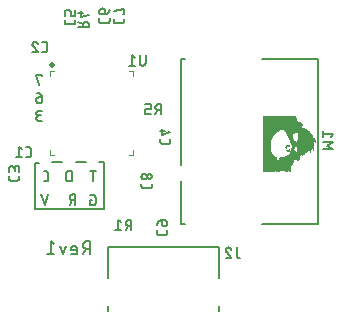
<source format=gbs>
G04 EAGLE Gerber RS-274X export*
G75*
%MOMM*%
%FSLAX34Y34*%
%LPD*%
%INSilkscreen Bottom*%
%IPPOS*%
%AMOC8*
5,1,8,0,0,1.08239X$1,22.5*%
G01*
%ADD10C,0.127000*%
%ADD11C,0.152400*%
%ADD12R,0.030000X4.680000*%
%ADD13R,0.030000X2.220000*%
%ADD14R,0.030000X1.860000*%
%ADD15R,0.030000X2.070000*%
%ADD16R,0.030000X1.740000*%
%ADD17R,0.030000X1.980000*%
%ADD18R,0.030000X1.650000*%
%ADD19R,0.030000X1.920000*%
%ADD20R,0.030000X1.590000*%
%ADD21R,0.030000X1.530000*%
%ADD22R,0.030000X1.800000*%
%ADD23R,0.030000X1.470000*%
%ADD24R,0.030000X1.440000*%
%ADD25R,0.030000X1.710000*%
%ADD26R,0.030000X1.410000*%
%ADD27R,0.030000X1.380000*%
%ADD28R,0.030000X1.620000*%
%ADD29R,0.030000X1.350000*%
%ADD30R,0.030000X1.320000*%
%ADD31R,0.030000X1.560000*%
%ADD32R,0.030000X1.290000*%
%ADD33R,0.030000X1.500000*%
%ADD34R,0.030000X1.260000*%
%ADD35R,0.030000X1.230000*%
%ADD36R,0.030000X1.200000*%
%ADD37R,0.030000X1.140000*%
%ADD38R,0.030000X1.020000*%
%ADD39R,0.030000X0.990000*%
%ADD40R,0.030000X0.960000*%
%ADD41R,0.030000X1.080000*%
%ADD42R,0.030000X1.170000*%
%ADD43R,0.030000X0.060000*%
%ADD44R,0.030000X0.180000*%
%ADD45R,0.030000X0.270000*%
%ADD46R,0.030000X0.030000*%
%ADD47R,0.030000X0.240000*%
%ADD48R,0.030000X0.090000*%
%ADD49R,0.030000X0.120000*%
%ADD50R,0.030000X0.210000*%
%ADD51R,0.030000X1.770000*%
%ADD52R,0.030000X1.830000*%
%ADD53R,0.030000X0.150000*%
%ADD54R,0.030000X2.010000*%
%ADD55R,0.030000X2.130000*%
%ADD56R,0.030000X2.190000*%
%ADD57R,0.030000X1.110000*%
%ADD58R,0.030000X2.280000*%
%ADD59R,0.030000X2.340000*%
%ADD60R,0.030000X2.370000*%
%ADD61R,0.030000X2.430000*%
%ADD62R,0.030000X2.490000*%
%ADD63R,0.030000X4.020000*%
%ADD64R,0.030000X1.950000*%
%ADD65R,0.030000X1.680000*%
%ADD66R,0.030000X0.600000*%
%ADD67R,0.030000X0.780000*%
%ADD68R,0.030000X0.510000*%
%ADD69R,0.030000X0.630000*%
%ADD70R,0.030000X0.450000*%
%ADD71R,0.030000X0.420000*%
%ADD72R,0.030000X0.390000*%
%ADD73R,0.030000X0.660000*%
%ADD74R,0.030000X0.690000*%
%ADD75R,0.030000X0.720000*%
%ADD76R,0.030000X0.900000*%
%ADD77R,0.030000X0.810000*%
%ADD78R,0.030000X3.240000*%
%ADD79R,0.030000X3.270000*%
%ADD80R,0.030000X3.210000*%
%ADD81R,0.030000X3.180000*%
%ADD82R,0.030000X2.880000*%
%ADD83R,0.030000X2.850000*%
%ADD84R,0.030000X2.790000*%
%ADD85R,0.030000X0.330000*%
%ADD86R,0.030000X2.310000*%
%ADD87R,0.030000X2.250000*%
%ADD88R,0.030000X2.160000*%
%ADD89R,0.030000X2.100000*%
%ADD90R,0.030000X2.040000*%
%ADD91R,0.030000X1.050000*%
%ADD92R,0.030000X0.300000*%
%ADD93C,0.500000*%
%ADD94C,0.120000*%


D10*
X72147Y115953D02*
X72147Y124683D01*
X69722Y124683D01*
X69624Y124681D01*
X69527Y124675D01*
X69430Y124665D01*
X69333Y124652D01*
X69237Y124634D01*
X69142Y124613D01*
X69047Y124587D01*
X68954Y124558D01*
X68862Y124525D01*
X68771Y124489D01*
X68682Y124449D01*
X68595Y124405D01*
X68510Y124358D01*
X68426Y124308D01*
X68344Y124254D01*
X68265Y124197D01*
X68188Y124136D01*
X68114Y124073D01*
X68042Y124007D01*
X67973Y123938D01*
X67907Y123866D01*
X67844Y123792D01*
X67783Y123715D01*
X67726Y123636D01*
X67672Y123554D01*
X67622Y123471D01*
X67575Y123385D01*
X67531Y123298D01*
X67491Y123209D01*
X67455Y123118D01*
X67422Y123026D01*
X67393Y122933D01*
X67367Y122838D01*
X67346Y122743D01*
X67328Y122647D01*
X67315Y122550D01*
X67305Y122453D01*
X67299Y122356D01*
X67297Y122258D01*
X67297Y118378D01*
X67299Y118280D01*
X67305Y118183D01*
X67315Y118086D01*
X67328Y117989D01*
X67346Y117893D01*
X67367Y117798D01*
X67393Y117703D01*
X67422Y117610D01*
X67455Y117518D01*
X67491Y117427D01*
X67531Y117338D01*
X67575Y117251D01*
X67622Y117166D01*
X67672Y117082D01*
X67726Y117000D01*
X67783Y116921D01*
X67844Y116844D01*
X67907Y116770D01*
X67973Y116698D01*
X68042Y116629D01*
X68114Y116563D01*
X68188Y116500D01*
X68265Y116439D01*
X68344Y116382D01*
X68426Y116328D01*
X68509Y116278D01*
X68595Y116231D01*
X68682Y116187D01*
X68771Y116147D01*
X68862Y116111D01*
X68954Y116078D01*
X69047Y116049D01*
X69142Y116023D01*
X69237Y116002D01*
X69333Y115984D01*
X69430Y115971D01*
X69527Y115961D01*
X69624Y115955D01*
X69722Y115953D01*
X72147Y115953D01*
X90184Y116001D02*
X90184Y124731D01*
X92609Y124731D02*
X87759Y124731D01*
X50215Y115953D02*
X48275Y115953D01*
X50215Y115953D02*
X50302Y115955D01*
X50389Y115961D01*
X50475Y115971D01*
X50561Y115984D01*
X50647Y116002D01*
X50731Y116023D01*
X50814Y116048D01*
X50897Y116077D01*
X50977Y116109D01*
X51057Y116145D01*
X51134Y116185D01*
X51210Y116228D01*
X51284Y116274D01*
X51355Y116324D01*
X51425Y116376D01*
X51491Y116432D01*
X51556Y116491D01*
X51617Y116552D01*
X51676Y116617D01*
X51732Y116683D01*
X51784Y116753D01*
X51834Y116824D01*
X51880Y116898D01*
X51923Y116974D01*
X51963Y117051D01*
X51999Y117131D01*
X52031Y117211D01*
X52060Y117294D01*
X52085Y117377D01*
X52106Y117461D01*
X52124Y117547D01*
X52137Y117633D01*
X52147Y117719D01*
X52153Y117806D01*
X52155Y117893D01*
X52155Y122743D01*
X52153Y122830D01*
X52147Y122917D01*
X52137Y123003D01*
X52124Y123089D01*
X52106Y123175D01*
X52085Y123259D01*
X52060Y123342D01*
X52031Y123425D01*
X51999Y123505D01*
X51963Y123585D01*
X51923Y123662D01*
X51880Y123738D01*
X51834Y123812D01*
X51784Y123883D01*
X51732Y123953D01*
X51676Y124019D01*
X51617Y124084D01*
X51556Y124145D01*
X51491Y124204D01*
X51425Y124260D01*
X51355Y124312D01*
X51284Y124362D01*
X51210Y124408D01*
X51134Y124451D01*
X51057Y124491D01*
X50977Y124527D01*
X50897Y124559D01*
X50814Y124588D01*
X50731Y124613D01*
X50647Y124634D01*
X50561Y124652D01*
X50475Y124665D01*
X50389Y124675D01*
X50302Y124681D01*
X50215Y124683D01*
X48275Y124683D01*
X87429Y100577D02*
X88884Y100577D01*
X87429Y100577D02*
X87429Y95727D01*
X90339Y95727D01*
X90426Y95729D01*
X90513Y95735D01*
X90599Y95745D01*
X90685Y95758D01*
X90771Y95776D01*
X90855Y95797D01*
X90938Y95822D01*
X91021Y95851D01*
X91101Y95883D01*
X91181Y95919D01*
X91258Y95959D01*
X91334Y96002D01*
X91408Y96048D01*
X91479Y96098D01*
X91549Y96150D01*
X91615Y96206D01*
X91680Y96265D01*
X91741Y96326D01*
X91800Y96391D01*
X91856Y96457D01*
X91908Y96527D01*
X91958Y96598D01*
X92004Y96672D01*
X92047Y96748D01*
X92087Y96825D01*
X92123Y96905D01*
X92155Y96985D01*
X92184Y97068D01*
X92209Y97151D01*
X92230Y97235D01*
X92248Y97321D01*
X92261Y97407D01*
X92271Y97493D01*
X92277Y97580D01*
X92279Y97667D01*
X92279Y102517D01*
X92277Y102604D01*
X92271Y102691D01*
X92261Y102777D01*
X92248Y102863D01*
X92230Y102949D01*
X92209Y103033D01*
X92184Y103116D01*
X92155Y103199D01*
X92123Y103279D01*
X92087Y103359D01*
X92047Y103436D01*
X92004Y103512D01*
X91958Y103586D01*
X91908Y103657D01*
X91856Y103727D01*
X91800Y103793D01*
X91741Y103858D01*
X91680Y103919D01*
X91615Y103978D01*
X91549Y104034D01*
X91479Y104086D01*
X91408Y104136D01*
X91334Y104182D01*
X91258Y104225D01*
X91181Y104265D01*
X91101Y104301D01*
X91021Y104333D01*
X90938Y104362D01*
X90855Y104387D01*
X90771Y104408D01*
X90685Y104426D01*
X90599Y104439D01*
X90513Y104449D01*
X90426Y104455D01*
X90339Y104457D01*
X87429Y104457D01*
X75299Y104881D02*
X75299Y96151D01*
X75299Y104881D02*
X72874Y104881D01*
X72776Y104879D01*
X72679Y104873D01*
X72582Y104863D01*
X72485Y104850D01*
X72389Y104832D01*
X72294Y104811D01*
X72199Y104785D01*
X72106Y104756D01*
X72014Y104723D01*
X71923Y104687D01*
X71834Y104647D01*
X71747Y104603D01*
X71662Y104556D01*
X71578Y104506D01*
X71496Y104452D01*
X71417Y104395D01*
X71340Y104334D01*
X71266Y104271D01*
X71194Y104205D01*
X71125Y104136D01*
X71059Y104064D01*
X70996Y103990D01*
X70935Y103913D01*
X70878Y103834D01*
X70824Y103752D01*
X70774Y103669D01*
X70727Y103583D01*
X70683Y103496D01*
X70643Y103407D01*
X70607Y103316D01*
X70574Y103224D01*
X70545Y103131D01*
X70519Y103036D01*
X70498Y102941D01*
X70480Y102845D01*
X70467Y102748D01*
X70457Y102651D01*
X70451Y102554D01*
X70449Y102456D01*
X70451Y102358D01*
X70457Y102261D01*
X70467Y102164D01*
X70480Y102067D01*
X70498Y101971D01*
X70519Y101876D01*
X70545Y101781D01*
X70574Y101688D01*
X70607Y101596D01*
X70643Y101505D01*
X70683Y101416D01*
X70727Y101329D01*
X70774Y101244D01*
X70824Y101160D01*
X70878Y101078D01*
X70935Y100999D01*
X70996Y100922D01*
X71059Y100848D01*
X71125Y100776D01*
X71194Y100707D01*
X71266Y100641D01*
X71340Y100578D01*
X71417Y100517D01*
X71496Y100460D01*
X71578Y100406D01*
X71661Y100356D01*
X71747Y100309D01*
X71834Y100265D01*
X71923Y100225D01*
X72014Y100189D01*
X72106Y100156D01*
X72199Y100127D01*
X72294Y100101D01*
X72389Y100080D01*
X72485Y100062D01*
X72582Y100049D01*
X72679Y100039D01*
X72776Y100033D01*
X72874Y100031D01*
X75299Y100031D01*
X72389Y100031D02*
X70449Y96151D01*
X52339Y105059D02*
X49429Y96329D01*
X46519Y105059D01*
D11*
X94996Y132080D02*
X99822Y132080D01*
X99822Y92456D01*
X41402Y92456D01*
X41402Y131826D01*
X44450Y131826D01*
X55372Y132080D02*
X64262Y132080D01*
X75438Y132080D02*
X83820Y132080D01*
D10*
X46863Y205019D02*
X46863Y205989D01*
X42013Y205989D01*
X44438Y197259D01*
X43953Y187109D02*
X46863Y187109D01*
X43953Y187109D02*
X43866Y187107D01*
X43779Y187101D01*
X43693Y187091D01*
X43607Y187078D01*
X43521Y187060D01*
X43437Y187039D01*
X43354Y187014D01*
X43271Y186985D01*
X43191Y186953D01*
X43111Y186917D01*
X43034Y186877D01*
X42958Y186834D01*
X42884Y186788D01*
X42813Y186738D01*
X42743Y186686D01*
X42677Y186630D01*
X42612Y186571D01*
X42551Y186510D01*
X42492Y186445D01*
X42436Y186379D01*
X42384Y186309D01*
X42334Y186238D01*
X42288Y186164D01*
X42245Y186088D01*
X42205Y186011D01*
X42169Y185931D01*
X42137Y185851D01*
X42108Y185768D01*
X42083Y185685D01*
X42062Y185601D01*
X42044Y185515D01*
X42031Y185429D01*
X42021Y185343D01*
X42015Y185256D01*
X42013Y185169D01*
X42013Y184684D01*
X42015Y184586D01*
X42021Y184489D01*
X42031Y184392D01*
X42044Y184295D01*
X42062Y184199D01*
X42083Y184104D01*
X42109Y184009D01*
X42138Y183916D01*
X42171Y183824D01*
X42207Y183733D01*
X42247Y183644D01*
X42291Y183557D01*
X42338Y183472D01*
X42388Y183388D01*
X42442Y183306D01*
X42499Y183227D01*
X42560Y183150D01*
X42623Y183076D01*
X42689Y183004D01*
X42758Y182935D01*
X42830Y182869D01*
X42904Y182806D01*
X42981Y182745D01*
X43060Y182688D01*
X43142Y182634D01*
X43225Y182584D01*
X43311Y182537D01*
X43398Y182493D01*
X43487Y182453D01*
X43578Y182417D01*
X43670Y182384D01*
X43763Y182355D01*
X43858Y182329D01*
X43953Y182308D01*
X44049Y182290D01*
X44146Y182277D01*
X44243Y182267D01*
X44340Y182261D01*
X44438Y182259D01*
X44536Y182261D01*
X44633Y182267D01*
X44730Y182277D01*
X44827Y182290D01*
X44923Y182308D01*
X45018Y182329D01*
X45113Y182355D01*
X45206Y182384D01*
X45298Y182417D01*
X45389Y182453D01*
X45478Y182493D01*
X45565Y182537D01*
X45650Y182584D01*
X45734Y182634D01*
X45816Y182688D01*
X45895Y182745D01*
X45972Y182806D01*
X46046Y182869D01*
X46118Y182935D01*
X46187Y183004D01*
X46253Y183076D01*
X46316Y183150D01*
X46377Y183227D01*
X46434Y183306D01*
X46488Y183388D01*
X46538Y183471D01*
X46585Y183557D01*
X46629Y183644D01*
X46669Y183733D01*
X46705Y183824D01*
X46738Y183916D01*
X46767Y184009D01*
X46793Y184104D01*
X46814Y184199D01*
X46832Y184295D01*
X46845Y184392D01*
X46855Y184489D01*
X46861Y184586D01*
X46863Y184684D01*
X46863Y187109D01*
X46861Y187231D01*
X46855Y187353D01*
X46846Y187474D01*
X46832Y187595D01*
X46815Y187716D01*
X46794Y187836D01*
X46770Y187955D01*
X46741Y188074D01*
X46709Y188191D01*
X46673Y188308D01*
X46634Y188423D01*
X46591Y188537D01*
X46544Y188650D01*
X46494Y188761D01*
X46440Y188870D01*
X46383Y188978D01*
X46323Y189084D01*
X46259Y189188D01*
X46192Y189290D01*
X46122Y189390D01*
X46049Y189487D01*
X45973Y189582D01*
X45893Y189675D01*
X45811Y189765D01*
X45727Y189853D01*
X45639Y189937D01*
X45549Y190019D01*
X45456Y190099D01*
X45361Y190175D01*
X45264Y190248D01*
X45164Y190318D01*
X45062Y190385D01*
X44958Y190449D01*
X44852Y190509D01*
X44744Y190566D01*
X44635Y190620D01*
X44524Y190670D01*
X44411Y190717D01*
X44297Y190760D01*
X44182Y190799D01*
X44065Y190835D01*
X43948Y190867D01*
X43829Y190896D01*
X43710Y190920D01*
X43590Y190941D01*
X43469Y190958D01*
X43348Y190972D01*
X43227Y190981D01*
X43105Y190987D01*
X42983Y190989D01*
X44438Y167259D02*
X46863Y167259D01*
X44438Y167259D02*
X44340Y167261D01*
X44243Y167267D01*
X44146Y167277D01*
X44049Y167290D01*
X43953Y167308D01*
X43858Y167329D01*
X43763Y167355D01*
X43670Y167384D01*
X43578Y167417D01*
X43487Y167453D01*
X43398Y167493D01*
X43311Y167537D01*
X43225Y167584D01*
X43142Y167634D01*
X43060Y167688D01*
X42981Y167745D01*
X42904Y167806D01*
X42830Y167869D01*
X42758Y167935D01*
X42689Y168004D01*
X42623Y168076D01*
X42560Y168150D01*
X42499Y168227D01*
X42442Y168306D01*
X42388Y168388D01*
X42338Y168472D01*
X42291Y168557D01*
X42247Y168644D01*
X42207Y168733D01*
X42171Y168824D01*
X42138Y168916D01*
X42109Y169009D01*
X42083Y169104D01*
X42062Y169199D01*
X42044Y169295D01*
X42031Y169392D01*
X42021Y169489D01*
X42015Y169586D01*
X42013Y169684D01*
X42015Y169782D01*
X42021Y169879D01*
X42031Y169976D01*
X42044Y170073D01*
X42062Y170169D01*
X42083Y170264D01*
X42109Y170359D01*
X42138Y170452D01*
X42171Y170544D01*
X42207Y170635D01*
X42247Y170724D01*
X42291Y170811D01*
X42338Y170897D01*
X42388Y170980D01*
X42442Y171062D01*
X42499Y171141D01*
X42560Y171218D01*
X42623Y171292D01*
X42689Y171364D01*
X42758Y171433D01*
X42830Y171499D01*
X42904Y171562D01*
X42981Y171623D01*
X43060Y171680D01*
X43142Y171734D01*
X43226Y171784D01*
X43311Y171831D01*
X43398Y171875D01*
X43487Y171915D01*
X43578Y171951D01*
X43670Y171984D01*
X43763Y172013D01*
X43858Y172039D01*
X43953Y172060D01*
X44049Y172078D01*
X44146Y172091D01*
X44243Y172101D01*
X44340Y172107D01*
X44438Y172109D01*
X43953Y175989D02*
X46863Y175989D01*
X43953Y175989D02*
X43866Y175987D01*
X43779Y175981D01*
X43693Y175971D01*
X43607Y175958D01*
X43521Y175940D01*
X43437Y175919D01*
X43354Y175894D01*
X43271Y175865D01*
X43191Y175833D01*
X43111Y175797D01*
X43034Y175757D01*
X42958Y175714D01*
X42884Y175668D01*
X42813Y175618D01*
X42743Y175566D01*
X42677Y175510D01*
X42612Y175451D01*
X42551Y175390D01*
X42492Y175325D01*
X42436Y175259D01*
X42384Y175189D01*
X42334Y175118D01*
X42288Y175044D01*
X42245Y174968D01*
X42205Y174891D01*
X42169Y174811D01*
X42137Y174731D01*
X42108Y174648D01*
X42083Y174565D01*
X42062Y174481D01*
X42044Y174395D01*
X42031Y174309D01*
X42021Y174223D01*
X42015Y174136D01*
X42013Y174049D01*
X42015Y173962D01*
X42021Y173875D01*
X42031Y173789D01*
X42044Y173703D01*
X42062Y173617D01*
X42083Y173533D01*
X42108Y173450D01*
X42137Y173367D01*
X42169Y173287D01*
X42205Y173207D01*
X42245Y173130D01*
X42288Y173054D01*
X42334Y172980D01*
X42384Y172909D01*
X42436Y172839D01*
X42492Y172773D01*
X42551Y172708D01*
X42612Y172647D01*
X42677Y172588D01*
X42743Y172532D01*
X42813Y172480D01*
X42884Y172430D01*
X42958Y172384D01*
X43034Y172341D01*
X43111Y172301D01*
X43191Y172265D01*
X43271Y172233D01*
X43354Y172204D01*
X43437Y172179D01*
X43521Y172158D01*
X43607Y172140D01*
X43693Y172127D01*
X43779Y172117D01*
X43866Y172111D01*
X43953Y172109D01*
X45893Y172109D01*
D11*
X87838Y65338D02*
X87838Y54162D01*
X87838Y65338D02*
X84734Y65338D01*
X84623Y65336D01*
X84513Y65330D01*
X84402Y65320D01*
X84292Y65306D01*
X84183Y65289D01*
X84074Y65267D01*
X83966Y65242D01*
X83860Y65212D01*
X83754Y65179D01*
X83649Y65142D01*
X83546Y65102D01*
X83445Y65057D01*
X83345Y65010D01*
X83246Y64958D01*
X83150Y64903D01*
X83056Y64845D01*
X82964Y64784D01*
X82874Y64719D01*
X82786Y64651D01*
X82701Y64580D01*
X82619Y64506D01*
X82539Y64429D01*
X82462Y64349D01*
X82388Y64267D01*
X82317Y64182D01*
X82249Y64094D01*
X82184Y64004D01*
X82123Y63912D01*
X82065Y63818D01*
X82010Y63722D01*
X81958Y63623D01*
X81911Y63523D01*
X81866Y63422D01*
X81826Y63319D01*
X81789Y63214D01*
X81756Y63108D01*
X81726Y63002D01*
X81701Y62894D01*
X81679Y62785D01*
X81662Y62676D01*
X81648Y62566D01*
X81638Y62455D01*
X81632Y62345D01*
X81630Y62234D01*
X81632Y62123D01*
X81638Y62013D01*
X81648Y61902D01*
X81662Y61792D01*
X81679Y61683D01*
X81701Y61574D01*
X81726Y61466D01*
X81756Y61360D01*
X81789Y61254D01*
X81826Y61149D01*
X81866Y61046D01*
X81911Y60945D01*
X81958Y60845D01*
X82010Y60746D01*
X82065Y60650D01*
X82123Y60556D01*
X82184Y60464D01*
X82249Y60374D01*
X82317Y60286D01*
X82388Y60201D01*
X82462Y60119D01*
X82539Y60039D01*
X82619Y59962D01*
X82701Y59888D01*
X82786Y59817D01*
X82874Y59749D01*
X82964Y59684D01*
X83056Y59623D01*
X83150Y59565D01*
X83246Y59510D01*
X83345Y59458D01*
X83445Y59411D01*
X83546Y59366D01*
X83649Y59326D01*
X83754Y59289D01*
X83860Y59256D01*
X83966Y59226D01*
X84074Y59201D01*
X84183Y59179D01*
X84292Y59162D01*
X84402Y59148D01*
X84513Y59138D01*
X84623Y59132D01*
X84734Y59130D01*
X84734Y59129D02*
X87838Y59129D01*
X84113Y59129D02*
X81629Y54162D01*
X74779Y54162D02*
X71674Y54162D01*
X74779Y54162D02*
X74863Y54164D01*
X74946Y54170D01*
X75029Y54179D01*
X75112Y54192D01*
X75194Y54209D01*
X75275Y54229D01*
X75355Y54253D01*
X75434Y54281D01*
X75511Y54312D01*
X75587Y54346D01*
X75662Y54384D01*
X75735Y54426D01*
X75805Y54470D01*
X75874Y54518D01*
X75941Y54568D01*
X76005Y54622D01*
X76066Y54678D01*
X76126Y54738D01*
X76182Y54799D01*
X76236Y54863D01*
X76286Y54930D01*
X76334Y54999D01*
X76378Y55069D01*
X76420Y55142D01*
X76458Y55217D01*
X76492Y55293D01*
X76523Y55370D01*
X76551Y55449D01*
X76575Y55529D01*
X76595Y55610D01*
X76612Y55692D01*
X76625Y55775D01*
X76635Y55858D01*
X76640Y55941D01*
X76642Y56025D01*
X76641Y56025D02*
X76641Y59129D01*
X76642Y59129D02*
X76640Y59228D01*
X76634Y59326D01*
X76624Y59425D01*
X76611Y59522D01*
X76593Y59620D01*
X76572Y59716D01*
X76546Y59812D01*
X76517Y59906D01*
X76485Y59999D01*
X76448Y60091D01*
X76408Y60181D01*
X76364Y60270D01*
X76317Y60357D01*
X76267Y60442D01*
X76213Y60524D01*
X76156Y60605D01*
X76096Y60683D01*
X76032Y60759D01*
X75966Y60832D01*
X75897Y60903D01*
X75825Y60971D01*
X75750Y61035D01*
X75673Y61097D01*
X75594Y61156D01*
X75512Y61211D01*
X75428Y61264D01*
X75343Y61312D01*
X75255Y61358D01*
X75165Y61400D01*
X75074Y61438D01*
X74982Y61472D01*
X74888Y61503D01*
X74793Y61530D01*
X74697Y61554D01*
X74600Y61573D01*
X74503Y61589D01*
X74405Y61601D01*
X74306Y61609D01*
X74207Y61613D01*
X74109Y61613D01*
X74010Y61609D01*
X73911Y61601D01*
X73813Y61589D01*
X73716Y61573D01*
X73619Y61554D01*
X73523Y61530D01*
X73428Y61503D01*
X73334Y61472D01*
X73242Y61438D01*
X73151Y61400D01*
X73061Y61358D01*
X72973Y61312D01*
X72888Y61264D01*
X72804Y61211D01*
X72722Y61156D01*
X72643Y61097D01*
X72566Y61035D01*
X72491Y60971D01*
X72419Y60903D01*
X72350Y60832D01*
X72284Y60759D01*
X72220Y60683D01*
X72160Y60605D01*
X72103Y60524D01*
X72049Y60442D01*
X71999Y60357D01*
X71952Y60270D01*
X71908Y60181D01*
X71868Y60091D01*
X71831Y59999D01*
X71799Y59906D01*
X71770Y59812D01*
X71744Y59716D01*
X71723Y59620D01*
X71705Y59522D01*
X71692Y59425D01*
X71682Y59326D01*
X71676Y59228D01*
X71674Y59129D01*
X71674Y57887D01*
X76641Y57887D01*
X67116Y61613D02*
X64633Y54162D01*
X62149Y61613D01*
X57450Y62854D02*
X54346Y65338D01*
X54346Y54162D01*
X57450Y54162D02*
X51241Y54162D01*
D12*
X235200Y147750D03*
X235500Y147750D03*
X235800Y147750D03*
X236100Y147750D03*
X236400Y147750D03*
X236700Y147750D03*
X237000Y147750D03*
X237300Y147750D03*
X237600Y147750D03*
X237900Y147750D03*
X238200Y147750D03*
X238500Y147750D03*
X238800Y147750D03*
X239100Y147750D03*
X239400Y147750D03*
X239700Y147750D03*
X240000Y147750D03*
X240300Y147750D03*
X240600Y147750D03*
D13*
X240900Y160050D03*
D14*
X240900Y133650D03*
D15*
X241200Y160800D03*
D16*
X241200Y133050D03*
D17*
X241500Y161250D03*
D18*
X241500Y132600D03*
D19*
X241800Y161550D03*
D20*
X241800Y132300D03*
D14*
X242100Y161850D03*
D21*
X242100Y132000D03*
D22*
X242400Y162150D03*
D23*
X242400Y131700D03*
D16*
X242700Y162450D03*
D24*
X242700Y131550D03*
D25*
X243000Y162600D03*
D26*
X243000Y131400D03*
D18*
X243300Y162900D03*
D27*
X243300Y131250D03*
D28*
X243600Y163050D03*
D29*
X243600Y131100D03*
D20*
X243900Y163200D03*
D30*
X243900Y130950D03*
D31*
X244200Y163350D03*
D32*
X244200Y130800D03*
D21*
X244500Y163500D03*
D32*
X244500Y130800D03*
D33*
X244800Y163650D03*
D34*
X244800Y130650D03*
D23*
X245100Y163800D03*
D34*
X245100Y130650D03*
D24*
X245400Y163950D03*
D35*
X245400Y130500D03*
D26*
X245700Y164100D03*
D36*
X245700Y130350D03*
D27*
X246000Y164250D03*
D37*
X246000Y130050D03*
D27*
X246300Y164250D03*
D38*
X246300Y129450D03*
D29*
X246600Y164400D03*
D39*
X246600Y129300D03*
D30*
X246900Y164550D03*
D40*
X246900Y129150D03*
D30*
X247200Y164550D03*
D40*
X247200Y129150D03*
D32*
X247500Y164700D03*
D40*
X247500Y129150D03*
D32*
X247800Y164700D03*
D39*
X247800Y129300D03*
D34*
X248100Y164850D03*
D38*
X248100Y129450D03*
D34*
X248400Y164850D03*
D41*
X248400Y129750D03*
D35*
X248700Y165000D03*
D37*
X248700Y130050D03*
D35*
X249000Y165000D03*
D36*
X249000Y130350D03*
D35*
X249300Y165000D03*
D36*
X249300Y130350D03*
X249600Y165150D03*
X249600Y130350D03*
X249900Y165150D03*
X249900Y130350D03*
X250200Y165150D03*
X250200Y130350D03*
D42*
X250500Y165300D03*
D36*
X250500Y130350D03*
D42*
X250800Y165300D03*
D36*
X250800Y130350D03*
D42*
X251100Y165300D03*
D35*
X251100Y130500D03*
D42*
X251400Y165300D03*
D35*
X251400Y130500D03*
D42*
X251700Y165300D03*
D35*
X251700Y130500D03*
D36*
X252000Y165150D03*
D35*
X252000Y130500D03*
D36*
X252300Y165150D03*
D34*
X252300Y130650D03*
D35*
X252600Y165000D03*
D34*
X252600Y130650D03*
X252900Y164850D03*
X252900Y130650D03*
D32*
X253200Y164700D03*
X253200Y130800D03*
D30*
X253500Y164550D03*
D32*
X253500Y130800D03*
D29*
X253800Y164400D03*
D43*
X253800Y144150D03*
D32*
X253800Y130800D03*
D27*
X254100Y164250D03*
D44*
X254100Y145050D03*
D30*
X254100Y130950D03*
D26*
X254400Y164100D03*
D45*
X254400Y145500D03*
D46*
X254400Y141600D03*
D30*
X254400Y130950D03*
D23*
X254700Y163800D03*
D45*
X254700Y145500D03*
D46*
X254700Y141600D03*
D29*
X254700Y131100D03*
D21*
X255000Y163500D03*
D47*
X255000Y145650D03*
D48*
X255000Y141600D03*
D29*
X255000Y131100D03*
D20*
X255300Y163200D03*
D47*
X255300Y145650D03*
D49*
X255300Y141450D03*
D29*
X255300Y131100D03*
D18*
X255600Y162900D03*
D50*
X255600Y145800D03*
D44*
X255600Y141450D03*
D27*
X255600Y131250D03*
D51*
X255900Y162300D03*
D44*
X255900Y145950D03*
X255900Y141450D03*
D27*
X255900Y131250D03*
D52*
X256200Y162000D03*
D49*
X256200Y145950D03*
D53*
X256200Y141600D03*
D26*
X256200Y131400D03*
D19*
X256500Y161550D03*
D48*
X256500Y146100D03*
X256500Y141900D03*
D26*
X256500Y131400D03*
D54*
X256800Y161100D03*
D43*
X256800Y142350D03*
D24*
X256800Y131550D03*
D15*
X257100Y160800D03*
D24*
X257100Y131550D03*
D55*
X257400Y160500D03*
D23*
X257400Y131700D03*
D56*
X257700Y160200D03*
D57*
X257700Y133500D03*
D58*
X258000Y159750D03*
D32*
X258000Y135300D03*
D59*
X258300Y159450D03*
D27*
X258300Y136350D03*
D60*
X258600Y159300D03*
D24*
X258600Y136950D03*
D61*
X258900Y159000D03*
D26*
X258900Y137400D03*
D62*
X259200Y158700D03*
D24*
X259200Y137850D03*
D63*
X259500Y151050D03*
D28*
X259800Y163050D03*
D15*
X259800Y141600D03*
D31*
X260100Y163350D03*
D64*
X260100Y141600D03*
D33*
X260400Y163650D03*
D52*
X260400Y141600D03*
D23*
X260700Y163800D03*
D65*
X260700Y142050D03*
D24*
X261000Y163950D03*
D66*
X261000Y147150D03*
D67*
X261000Y138150D03*
D26*
X261300Y164100D03*
D68*
X261300Y147300D03*
D69*
X261300Y138300D03*
D26*
X261600Y164100D03*
D70*
X261600Y147300D03*
D66*
X261600Y138150D03*
D27*
X261900Y164250D03*
D71*
X261900Y147450D03*
D69*
X261900Y137700D03*
D29*
X262200Y164100D03*
D72*
X262200Y147300D03*
D73*
X262200Y137550D03*
D34*
X262500Y163650D03*
D72*
X262500Y147300D03*
D73*
X262500Y137250D03*
D42*
X262800Y163200D03*
D71*
X262800Y147150D03*
D73*
X262800Y137250D03*
D41*
X263100Y162750D03*
D71*
X263100Y146850D03*
D74*
X263100Y137100D03*
D39*
X263400Y162300D03*
D68*
X263400Y146700D03*
D75*
X263400Y137250D03*
D76*
X263700Y161850D03*
D69*
X263700Y146700D03*
D77*
X263700Y137700D03*
D76*
X264000Y161850D03*
D25*
X264000Y142200D03*
D40*
X264300Y161550D03*
D52*
X264300Y142800D03*
D78*
X264600Y150150D03*
D79*
X264900Y150300D03*
D80*
X265200Y150300D03*
D81*
X265500Y150450D03*
D82*
X265800Y151950D03*
D53*
X265800Y135900D03*
D82*
X266100Y151950D03*
D83*
X266400Y151800D03*
D84*
X266700Y151800D03*
X267000Y151800D03*
D85*
X267300Y163500D03*
D59*
X267300Y149850D03*
D44*
X267600Y163650D03*
D86*
X267600Y149700D03*
X267900Y149700D03*
D87*
X268200Y149700D03*
X268500Y149700D03*
D13*
X268800Y149850D03*
D56*
X269100Y149700D03*
D88*
X269400Y149850D03*
D55*
X269700Y149700D03*
D89*
X270000Y149850D03*
D90*
X270300Y149850D03*
X270600Y149850D03*
D17*
X270900Y149850D03*
X271200Y149850D03*
D19*
X271500Y149850D03*
D14*
X271800Y149850D03*
X272100Y149850D03*
D22*
X272400Y149850D03*
D16*
X272700Y149850D03*
D25*
X273000Y150000D03*
D65*
X273300Y149850D03*
D28*
X273600Y149850D03*
D31*
X273900Y149850D03*
D20*
X274200Y149400D03*
D18*
X274500Y148800D03*
D20*
X274800Y148800D03*
D23*
X275100Y148800D03*
D32*
X275400Y149400D03*
D42*
X275700Y149400D03*
D57*
X276000Y149100D03*
D91*
X276300Y148800D03*
D38*
X276600Y148350D03*
X276900Y148050D03*
D72*
X277200Y150900D03*
D85*
X277200Y144300D03*
D92*
X277500Y150750D03*
D45*
X277500Y143700D03*
X277800Y150600D03*
D47*
X278100Y150450D03*
D50*
X278400Y150300D03*
X278700Y150000D03*
D53*
X279000Y149700D03*
D49*
X279300Y149550D03*
D10*
X18923Y120557D02*
X18923Y118617D01*
X18925Y118530D01*
X18931Y118443D01*
X18941Y118357D01*
X18954Y118271D01*
X18972Y118185D01*
X18993Y118101D01*
X19018Y118018D01*
X19047Y117935D01*
X19079Y117855D01*
X19115Y117775D01*
X19155Y117698D01*
X19198Y117622D01*
X19244Y117548D01*
X19294Y117477D01*
X19346Y117407D01*
X19402Y117341D01*
X19461Y117276D01*
X19522Y117215D01*
X19587Y117156D01*
X19653Y117100D01*
X19723Y117048D01*
X19794Y116998D01*
X19868Y116952D01*
X19944Y116909D01*
X20021Y116869D01*
X20101Y116833D01*
X20181Y116801D01*
X20264Y116772D01*
X20347Y116747D01*
X20431Y116726D01*
X20517Y116708D01*
X20603Y116695D01*
X20689Y116685D01*
X20776Y116679D01*
X20863Y116677D01*
X25713Y116677D01*
X25800Y116679D01*
X25887Y116685D01*
X25973Y116695D01*
X26059Y116708D01*
X26145Y116726D01*
X26229Y116747D01*
X26312Y116772D01*
X26395Y116801D01*
X26475Y116833D01*
X26555Y116869D01*
X26632Y116909D01*
X26708Y116952D01*
X26782Y116998D01*
X26853Y117048D01*
X26923Y117100D01*
X26989Y117156D01*
X27054Y117215D01*
X27115Y117276D01*
X27174Y117341D01*
X27230Y117407D01*
X27282Y117477D01*
X27332Y117548D01*
X27378Y117622D01*
X27421Y117698D01*
X27461Y117775D01*
X27497Y117855D01*
X27529Y117935D01*
X27558Y118018D01*
X27583Y118101D01*
X27604Y118185D01*
X27622Y118271D01*
X27635Y118357D01*
X27645Y118443D01*
X27651Y118530D01*
X27653Y118617D01*
X27653Y120557D01*
X18923Y124211D02*
X18923Y126636D01*
X18925Y126734D01*
X18931Y126831D01*
X18941Y126928D01*
X18954Y127025D01*
X18972Y127121D01*
X18993Y127216D01*
X19019Y127311D01*
X19048Y127404D01*
X19081Y127496D01*
X19117Y127587D01*
X19157Y127676D01*
X19201Y127763D01*
X19248Y127849D01*
X19298Y127932D01*
X19352Y128014D01*
X19409Y128093D01*
X19470Y128170D01*
X19533Y128244D01*
X19599Y128316D01*
X19668Y128385D01*
X19740Y128451D01*
X19814Y128514D01*
X19891Y128575D01*
X19970Y128632D01*
X20052Y128686D01*
X20136Y128736D01*
X20221Y128783D01*
X20308Y128827D01*
X20397Y128867D01*
X20488Y128903D01*
X20580Y128936D01*
X20673Y128965D01*
X20768Y128991D01*
X20863Y129012D01*
X20959Y129030D01*
X21056Y129043D01*
X21153Y129053D01*
X21250Y129059D01*
X21348Y129061D01*
X21446Y129059D01*
X21543Y129053D01*
X21640Y129043D01*
X21737Y129030D01*
X21833Y129012D01*
X21928Y128991D01*
X22023Y128965D01*
X22116Y128936D01*
X22208Y128903D01*
X22299Y128867D01*
X22388Y128827D01*
X22475Y128783D01*
X22561Y128736D01*
X22644Y128686D01*
X22726Y128632D01*
X22805Y128575D01*
X22882Y128514D01*
X22956Y128451D01*
X23028Y128385D01*
X23097Y128316D01*
X23163Y128244D01*
X23226Y128170D01*
X23287Y128093D01*
X23344Y128014D01*
X23398Y127932D01*
X23448Y127849D01*
X23495Y127763D01*
X23539Y127676D01*
X23579Y127587D01*
X23615Y127496D01*
X23648Y127404D01*
X23677Y127311D01*
X23703Y127216D01*
X23724Y127121D01*
X23742Y127025D01*
X23755Y126928D01*
X23765Y126831D01*
X23771Y126734D01*
X23773Y126636D01*
X27653Y127121D02*
X27653Y124211D01*
X27653Y127121D02*
X27651Y127208D01*
X27645Y127295D01*
X27635Y127381D01*
X27622Y127467D01*
X27604Y127553D01*
X27583Y127637D01*
X27558Y127720D01*
X27529Y127803D01*
X27497Y127883D01*
X27461Y127963D01*
X27421Y128040D01*
X27378Y128116D01*
X27332Y128190D01*
X27282Y128261D01*
X27230Y128331D01*
X27174Y128397D01*
X27115Y128462D01*
X27054Y128523D01*
X26989Y128582D01*
X26923Y128638D01*
X26853Y128690D01*
X26782Y128740D01*
X26708Y128786D01*
X26632Y128829D01*
X26555Y128869D01*
X26475Y128905D01*
X26395Y128937D01*
X26312Y128966D01*
X26229Y128991D01*
X26145Y129012D01*
X26059Y129030D01*
X25973Y129043D01*
X25887Y129053D01*
X25800Y129059D01*
X25713Y129061D01*
X25626Y129059D01*
X25539Y129053D01*
X25453Y129043D01*
X25367Y129030D01*
X25281Y129012D01*
X25197Y128991D01*
X25114Y128966D01*
X25031Y128937D01*
X24951Y128905D01*
X24871Y128869D01*
X24794Y128829D01*
X24718Y128786D01*
X24644Y128740D01*
X24573Y128690D01*
X24503Y128638D01*
X24437Y128582D01*
X24372Y128523D01*
X24311Y128462D01*
X24252Y128397D01*
X24196Y128331D01*
X24144Y128261D01*
X24094Y128190D01*
X24048Y128116D01*
X24005Y128040D01*
X23965Y127963D01*
X23929Y127883D01*
X23897Y127803D01*
X23868Y127720D01*
X23843Y127637D01*
X23822Y127553D01*
X23804Y127467D01*
X23791Y127381D01*
X23781Y127295D01*
X23775Y127208D01*
X23773Y127121D01*
X23773Y125181D01*
X146985Y149929D02*
X146985Y151869D01*
X146985Y149929D02*
X146987Y149842D01*
X146993Y149755D01*
X147003Y149669D01*
X147016Y149583D01*
X147034Y149497D01*
X147055Y149413D01*
X147080Y149330D01*
X147109Y149247D01*
X147141Y149167D01*
X147177Y149087D01*
X147217Y149010D01*
X147260Y148934D01*
X147306Y148860D01*
X147356Y148789D01*
X147408Y148719D01*
X147464Y148653D01*
X147523Y148588D01*
X147584Y148527D01*
X147649Y148468D01*
X147715Y148412D01*
X147785Y148360D01*
X147856Y148310D01*
X147930Y148264D01*
X148006Y148221D01*
X148083Y148181D01*
X148163Y148145D01*
X148243Y148113D01*
X148326Y148084D01*
X148409Y148059D01*
X148493Y148038D01*
X148579Y148020D01*
X148665Y148007D01*
X148751Y147997D01*
X148838Y147991D01*
X148925Y147989D01*
X153775Y147989D01*
X153862Y147991D01*
X153949Y147997D01*
X154035Y148007D01*
X154121Y148020D01*
X154207Y148038D01*
X154291Y148059D01*
X154374Y148084D01*
X154457Y148113D01*
X154537Y148145D01*
X154617Y148181D01*
X154694Y148221D01*
X154770Y148264D01*
X154844Y148310D01*
X154915Y148360D01*
X154985Y148412D01*
X155051Y148468D01*
X155116Y148527D01*
X155177Y148588D01*
X155236Y148653D01*
X155292Y148719D01*
X155344Y148789D01*
X155394Y148860D01*
X155440Y148934D01*
X155483Y149010D01*
X155523Y149087D01*
X155559Y149167D01*
X155591Y149247D01*
X155620Y149330D01*
X155645Y149413D01*
X155666Y149497D01*
X155684Y149583D01*
X155697Y149669D01*
X155707Y149755D01*
X155713Y149842D01*
X155715Y149929D01*
X155715Y151869D01*
X155715Y157463D02*
X148925Y155523D01*
X148925Y160373D01*
X150865Y158918D02*
X146985Y158918D01*
X66353Y250813D02*
X66353Y252753D01*
X66353Y250813D02*
X66355Y250726D01*
X66361Y250639D01*
X66371Y250553D01*
X66384Y250467D01*
X66402Y250381D01*
X66423Y250297D01*
X66448Y250214D01*
X66477Y250131D01*
X66509Y250051D01*
X66545Y249971D01*
X66585Y249894D01*
X66628Y249818D01*
X66674Y249744D01*
X66724Y249673D01*
X66776Y249603D01*
X66832Y249537D01*
X66891Y249472D01*
X66952Y249411D01*
X67017Y249352D01*
X67083Y249296D01*
X67153Y249244D01*
X67224Y249194D01*
X67298Y249148D01*
X67374Y249105D01*
X67451Y249065D01*
X67531Y249029D01*
X67611Y248997D01*
X67694Y248968D01*
X67777Y248943D01*
X67861Y248922D01*
X67947Y248904D01*
X68033Y248891D01*
X68119Y248881D01*
X68206Y248875D01*
X68293Y248873D01*
X73143Y248873D01*
X73230Y248875D01*
X73317Y248881D01*
X73403Y248891D01*
X73489Y248904D01*
X73575Y248922D01*
X73659Y248943D01*
X73742Y248968D01*
X73825Y248997D01*
X73905Y249029D01*
X73985Y249065D01*
X74062Y249105D01*
X74138Y249148D01*
X74212Y249194D01*
X74283Y249244D01*
X74353Y249296D01*
X74419Y249352D01*
X74484Y249411D01*
X74545Y249472D01*
X74604Y249537D01*
X74660Y249603D01*
X74712Y249673D01*
X74762Y249744D01*
X74808Y249818D01*
X74851Y249894D01*
X74891Y249971D01*
X74927Y250051D01*
X74959Y250131D01*
X74988Y250214D01*
X75013Y250297D01*
X75034Y250381D01*
X75052Y250467D01*
X75065Y250553D01*
X75075Y250639D01*
X75081Y250726D01*
X75083Y250813D01*
X75083Y252753D01*
X66353Y256407D02*
X66353Y259317D01*
X66355Y259404D01*
X66361Y259491D01*
X66371Y259577D01*
X66384Y259663D01*
X66402Y259749D01*
X66423Y259833D01*
X66448Y259916D01*
X66477Y259999D01*
X66509Y260079D01*
X66545Y260159D01*
X66585Y260236D01*
X66628Y260312D01*
X66674Y260386D01*
X66724Y260457D01*
X66776Y260527D01*
X66832Y260593D01*
X66891Y260658D01*
X66952Y260719D01*
X67017Y260778D01*
X67083Y260834D01*
X67153Y260886D01*
X67224Y260936D01*
X67298Y260982D01*
X67374Y261025D01*
X67451Y261065D01*
X67531Y261101D01*
X67611Y261133D01*
X67694Y261162D01*
X67777Y261187D01*
X67861Y261208D01*
X67947Y261226D01*
X68033Y261239D01*
X68119Y261249D01*
X68206Y261255D01*
X68293Y261257D01*
X69263Y261257D01*
X69350Y261255D01*
X69437Y261249D01*
X69523Y261239D01*
X69609Y261226D01*
X69695Y261208D01*
X69779Y261187D01*
X69862Y261162D01*
X69945Y261133D01*
X70025Y261101D01*
X70105Y261065D01*
X70182Y261025D01*
X70258Y260982D01*
X70332Y260936D01*
X70403Y260886D01*
X70473Y260834D01*
X70539Y260778D01*
X70604Y260719D01*
X70665Y260658D01*
X70724Y260593D01*
X70780Y260527D01*
X70832Y260457D01*
X70882Y260386D01*
X70928Y260312D01*
X70971Y260236D01*
X71011Y260159D01*
X71047Y260079D01*
X71079Y259999D01*
X71108Y259916D01*
X71133Y259833D01*
X71154Y259749D01*
X71172Y259663D01*
X71185Y259577D01*
X71195Y259491D01*
X71201Y259404D01*
X71203Y259317D01*
X71203Y256407D01*
X75083Y256407D01*
X75083Y261257D01*
X107501Y253769D02*
X107501Y251829D01*
X107503Y251742D01*
X107509Y251655D01*
X107519Y251569D01*
X107532Y251483D01*
X107550Y251397D01*
X107571Y251313D01*
X107596Y251230D01*
X107625Y251147D01*
X107657Y251067D01*
X107693Y250987D01*
X107733Y250910D01*
X107776Y250834D01*
X107822Y250760D01*
X107872Y250689D01*
X107924Y250619D01*
X107980Y250553D01*
X108039Y250488D01*
X108100Y250427D01*
X108165Y250368D01*
X108231Y250312D01*
X108301Y250260D01*
X108372Y250210D01*
X108446Y250164D01*
X108522Y250121D01*
X108599Y250081D01*
X108679Y250045D01*
X108759Y250013D01*
X108842Y249984D01*
X108925Y249959D01*
X109009Y249938D01*
X109095Y249920D01*
X109181Y249907D01*
X109267Y249897D01*
X109354Y249891D01*
X109441Y249889D01*
X114291Y249889D01*
X114378Y249891D01*
X114465Y249897D01*
X114551Y249907D01*
X114637Y249920D01*
X114723Y249938D01*
X114807Y249959D01*
X114890Y249984D01*
X114973Y250013D01*
X115053Y250045D01*
X115133Y250081D01*
X115210Y250121D01*
X115286Y250164D01*
X115360Y250210D01*
X115431Y250260D01*
X115501Y250312D01*
X115567Y250368D01*
X115632Y250427D01*
X115693Y250488D01*
X115752Y250553D01*
X115808Y250619D01*
X115860Y250689D01*
X115910Y250760D01*
X115956Y250834D01*
X115999Y250910D01*
X116039Y250987D01*
X116075Y251067D01*
X116107Y251147D01*
X116136Y251230D01*
X116161Y251313D01*
X116182Y251397D01*
X116200Y251483D01*
X116213Y251569D01*
X116223Y251655D01*
X116229Y251742D01*
X116231Y251829D01*
X116231Y253769D01*
X116231Y257423D02*
X115261Y257423D01*
X116231Y257423D02*
X116231Y262273D01*
X107501Y259848D01*
X95385Y253893D02*
X95385Y251953D01*
X95387Y251866D01*
X95393Y251779D01*
X95403Y251693D01*
X95416Y251607D01*
X95434Y251521D01*
X95455Y251437D01*
X95480Y251354D01*
X95509Y251271D01*
X95541Y251191D01*
X95577Y251111D01*
X95617Y251034D01*
X95660Y250958D01*
X95706Y250884D01*
X95756Y250813D01*
X95808Y250743D01*
X95864Y250677D01*
X95923Y250612D01*
X95984Y250551D01*
X96049Y250492D01*
X96115Y250436D01*
X96185Y250384D01*
X96256Y250334D01*
X96330Y250288D01*
X96406Y250245D01*
X96483Y250205D01*
X96563Y250169D01*
X96643Y250137D01*
X96726Y250108D01*
X96809Y250083D01*
X96893Y250062D01*
X96979Y250044D01*
X97065Y250031D01*
X97151Y250021D01*
X97238Y250015D01*
X97325Y250013D01*
X102175Y250013D01*
X102262Y250015D01*
X102349Y250021D01*
X102435Y250031D01*
X102521Y250044D01*
X102607Y250062D01*
X102691Y250083D01*
X102774Y250108D01*
X102857Y250137D01*
X102937Y250169D01*
X103017Y250205D01*
X103094Y250245D01*
X103170Y250288D01*
X103244Y250334D01*
X103315Y250384D01*
X103385Y250436D01*
X103451Y250492D01*
X103516Y250551D01*
X103577Y250612D01*
X103636Y250677D01*
X103692Y250743D01*
X103744Y250813D01*
X103794Y250884D01*
X103840Y250958D01*
X103883Y251034D01*
X103923Y251111D01*
X103959Y251191D01*
X103991Y251271D01*
X104020Y251354D01*
X104045Y251437D01*
X104066Y251521D01*
X104084Y251607D01*
X104097Y251693D01*
X104107Y251779D01*
X104113Y251866D01*
X104115Y251953D01*
X104115Y253893D01*
X100235Y257547D02*
X100235Y260457D01*
X100233Y260544D01*
X100227Y260631D01*
X100217Y260717D01*
X100204Y260803D01*
X100186Y260889D01*
X100165Y260973D01*
X100140Y261056D01*
X100111Y261139D01*
X100079Y261219D01*
X100043Y261299D01*
X100003Y261376D01*
X99960Y261452D01*
X99914Y261526D01*
X99864Y261597D01*
X99812Y261667D01*
X99756Y261733D01*
X99697Y261798D01*
X99636Y261859D01*
X99571Y261918D01*
X99505Y261974D01*
X99435Y262026D01*
X99364Y262076D01*
X99290Y262122D01*
X99214Y262165D01*
X99137Y262205D01*
X99057Y262241D01*
X98977Y262273D01*
X98894Y262302D01*
X98811Y262327D01*
X98727Y262348D01*
X98641Y262366D01*
X98555Y262379D01*
X98469Y262389D01*
X98382Y262395D01*
X98295Y262397D01*
X97810Y262397D01*
X97712Y262395D01*
X97615Y262389D01*
X97518Y262379D01*
X97421Y262366D01*
X97325Y262348D01*
X97230Y262327D01*
X97135Y262301D01*
X97042Y262272D01*
X96950Y262239D01*
X96859Y262203D01*
X96770Y262163D01*
X96683Y262119D01*
X96598Y262072D01*
X96514Y262022D01*
X96432Y261968D01*
X96353Y261911D01*
X96276Y261850D01*
X96202Y261787D01*
X96130Y261721D01*
X96061Y261652D01*
X95995Y261580D01*
X95932Y261506D01*
X95871Y261429D01*
X95814Y261350D01*
X95760Y261268D01*
X95710Y261185D01*
X95663Y261099D01*
X95619Y261012D01*
X95579Y260923D01*
X95543Y260832D01*
X95510Y260740D01*
X95481Y260647D01*
X95455Y260552D01*
X95434Y260457D01*
X95416Y260361D01*
X95403Y260264D01*
X95393Y260167D01*
X95387Y260070D01*
X95385Y259972D01*
X95387Y259874D01*
X95393Y259777D01*
X95403Y259680D01*
X95416Y259583D01*
X95434Y259487D01*
X95455Y259392D01*
X95481Y259297D01*
X95510Y259204D01*
X95543Y259112D01*
X95579Y259021D01*
X95619Y258932D01*
X95663Y258845D01*
X95710Y258760D01*
X95760Y258676D01*
X95814Y258594D01*
X95871Y258515D01*
X95932Y258438D01*
X95995Y258364D01*
X96061Y258292D01*
X96130Y258223D01*
X96202Y258157D01*
X96276Y258094D01*
X96353Y258033D01*
X96432Y257976D01*
X96514Y257922D01*
X96597Y257872D01*
X96683Y257825D01*
X96770Y257781D01*
X96859Y257741D01*
X96950Y257705D01*
X97042Y257672D01*
X97135Y257643D01*
X97230Y257617D01*
X97325Y257596D01*
X97421Y257578D01*
X97518Y257565D01*
X97615Y257555D01*
X97712Y257549D01*
X97810Y257547D01*
X100235Y257547D01*
X100357Y257549D01*
X100479Y257555D01*
X100600Y257564D01*
X100721Y257578D01*
X100842Y257595D01*
X100962Y257616D01*
X101081Y257640D01*
X101200Y257669D01*
X101317Y257701D01*
X101434Y257737D01*
X101549Y257776D01*
X101663Y257819D01*
X101776Y257866D01*
X101887Y257916D01*
X101996Y257970D01*
X102104Y258027D01*
X102210Y258087D01*
X102314Y258151D01*
X102416Y258218D01*
X102516Y258288D01*
X102613Y258361D01*
X102708Y258437D01*
X102801Y258517D01*
X102891Y258599D01*
X102979Y258683D01*
X103063Y258771D01*
X103145Y258861D01*
X103225Y258954D01*
X103301Y259049D01*
X103374Y259146D01*
X103444Y259246D01*
X103511Y259348D01*
X103575Y259452D01*
X103635Y259558D01*
X103692Y259666D01*
X103746Y259775D01*
X103796Y259886D01*
X103843Y259999D01*
X103886Y260113D01*
X103925Y260228D01*
X103961Y260345D01*
X103993Y260462D01*
X104022Y260581D01*
X104046Y260700D01*
X104067Y260820D01*
X104084Y260941D01*
X104098Y261062D01*
X104107Y261183D01*
X104113Y261305D01*
X104115Y261427D01*
X49293Y225575D02*
X47353Y225575D01*
X49293Y225575D02*
X49380Y225577D01*
X49467Y225583D01*
X49553Y225593D01*
X49639Y225606D01*
X49725Y225624D01*
X49809Y225645D01*
X49892Y225670D01*
X49975Y225699D01*
X50055Y225731D01*
X50135Y225767D01*
X50212Y225807D01*
X50288Y225850D01*
X50362Y225896D01*
X50433Y225946D01*
X50503Y225998D01*
X50569Y226054D01*
X50634Y226113D01*
X50695Y226174D01*
X50754Y226239D01*
X50810Y226305D01*
X50862Y226375D01*
X50912Y226446D01*
X50958Y226520D01*
X51001Y226596D01*
X51041Y226673D01*
X51077Y226753D01*
X51109Y226833D01*
X51138Y226916D01*
X51163Y226999D01*
X51184Y227083D01*
X51202Y227169D01*
X51215Y227255D01*
X51225Y227341D01*
X51231Y227428D01*
X51233Y227515D01*
X51233Y232365D01*
X51231Y232452D01*
X51225Y232539D01*
X51215Y232625D01*
X51202Y232711D01*
X51184Y232797D01*
X51163Y232881D01*
X51138Y232964D01*
X51109Y233047D01*
X51077Y233127D01*
X51041Y233207D01*
X51001Y233284D01*
X50958Y233360D01*
X50912Y233434D01*
X50862Y233505D01*
X50810Y233575D01*
X50754Y233641D01*
X50695Y233706D01*
X50634Y233767D01*
X50569Y233826D01*
X50503Y233882D01*
X50433Y233934D01*
X50362Y233984D01*
X50288Y234030D01*
X50212Y234073D01*
X50135Y234113D01*
X50055Y234149D01*
X49975Y234181D01*
X49892Y234210D01*
X49809Y234235D01*
X49725Y234256D01*
X49639Y234274D01*
X49553Y234287D01*
X49467Y234297D01*
X49380Y234303D01*
X49293Y234305D01*
X47353Y234305D01*
X41032Y234306D02*
X40939Y234304D01*
X40847Y234298D01*
X40755Y234288D01*
X40663Y234275D01*
X40572Y234257D01*
X40482Y234236D01*
X40393Y234210D01*
X40305Y234181D01*
X40218Y234149D01*
X40133Y234112D01*
X40049Y234072D01*
X39967Y234029D01*
X39887Y233982D01*
X39810Y233932D01*
X39734Y233878D01*
X39661Y233821D01*
X39590Y233762D01*
X39521Y233699D01*
X39456Y233634D01*
X39393Y233565D01*
X39334Y233494D01*
X39277Y233421D01*
X39223Y233345D01*
X39173Y233268D01*
X39126Y233188D01*
X39083Y233106D01*
X39043Y233022D01*
X39006Y232937D01*
X38974Y232850D01*
X38945Y232762D01*
X38919Y232673D01*
X38898Y232583D01*
X38880Y232492D01*
X38867Y232400D01*
X38857Y232308D01*
X38851Y232216D01*
X38849Y232123D01*
X41032Y234305D02*
X41136Y234303D01*
X41239Y234297D01*
X41343Y234288D01*
X41445Y234274D01*
X41548Y234257D01*
X41649Y234236D01*
X41750Y234212D01*
X41850Y234183D01*
X41948Y234151D01*
X42046Y234115D01*
X42142Y234076D01*
X42236Y234033D01*
X42329Y233987D01*
X42420Y233937D01*
X42509Y233884D01*
X42596Y233828D01*
X42681Y233769D01*
X42764Y233706D01*
X42844Y233641D01*
X42922Y233572D01*
X42998Y233501D01*
X43070Y233427D01*
X43140Y233350D01*
X43207Y233271D01*
X43271Y233189D01*
X43332Y233105D01*
X43389Y233019D01*
X43444Y232931D01*
X43495Y232841D01*
X43543Y232749D01*
X43588Y232655D01*
X43628Y232560D01*
X43666Y232463D01*
X43700Y232365D01*
X39576Y230426D02*
X39509Y230492D01*
X39444Y230562D01*
X39383Y230634D01*
X39324Y230708D01*
X39268Y230785D01*
X39216Y230864D01*
X39166Y230945D01*
X39120Y231028D01*
X39078Y231113D01*
X39039Y231200D01*
X39003Y231288D01*
X38971Y231377D01*
X38943Y231468D01*
X38918Y231559D01*
X38897Y231652D01*
X38880Y231745D01*
X38866Y231839D01*
X38857Y231933D01*
X38851Y232028D01*
X38849Y232123D01*
X39577Y230425D02*
X43699Y225575D01*
X38849Y225575D01*
X147815Y181503D02*
X147815Y172773D01*
X147815Y181503D02*
X145390Y181503D01*
X145292Y181501D01*
X145195Y181495D01*
X145098Y181485D01*
X145001Y181472D01*
X144905Y181454D01*
X144810Y181433D01*
X144715Y181407D01*
X144622Y181378D01*
X144530Y181345D01*
X144439Y181309D01*
X144350Y181269D01*
X144263Y181225D01*
X144178Y181178D01*
X144094Y181128D01*
X144012Y181074D01*
X143933Y181017D01*
X143856Y180956D01*
X143782Y180893D01*
X143710Y180827D01*
X143641Y180758D01*
X143575Y180686D01*
X143512Y180612D01*
X143451Y180535D01*
X143394Y180456D01*
X143340Y180374D01*
X143290Y180291D01*
X143243Y180205D01*
X143199Y180118D01*
X143159Y180029D01*
X143123Y179938D01*
X143090Y179846D01*
X143061Y179753D01*
X143035Y179658D01*
X143014Y179563D01*
X142996Y179467D01*
X142983Y179370D01*
X142973Y179273D01*
X142967Y179176D01*
X142965Y179078D01*
X142967Y178980D01*
X142973Y178883D01*
X142983Y178786D01*
X142996Y178689D01*
X143014Y178593D01*
X143035Y178498D01*
X143061Y178403D01*
X143090Y178310D01*
X143123Y178218D01*
X143159Y178127D01*
X143199Y178038D01*
X143243Y177951D01*
X143290Y177866D01*
X143340Y177782D01*
X143394Y177700D01*
X143451Y177621D01*
X143512Y177544D01*
X143575Y177470D01*
X143641Y177398D01*
X143710Y177329D01*
X143782Y177263D01*
X143856Y177200D01*
X143933Y177139D01*
X144012Y177082D01*
X144094Y177028D01*
X144177Y176978D01*
X144263Y176931D01*
X144350Y176887D01*
X144439Y176847D01*
X144530Y176811D01*
X144622Y176778D01*
X144715Y176749D01*
X144810Y176723D01*
X144905Y176702D01*
X145001Y176684D01*
X145098Y176671D01*
X145195Y176661D01*
X145292Y176655D01*
X145390Y176653D01*
X147815Y176653D01*
X144905Y176653D02*
X142965Y172773D01*
X138890Y172773D02*
X135980Y172773D01*
X135893Y172775D01*
X135806Y172781D01*
X135720Y172791D01*
X135634Y172804D01*
X135548Y172822D01*
X135464Y172843D01*
X135381Y172868D01*
X135298Y172897D01*
X135218Y172929D01*
X135138Y172965D01*
X135061Y173005D01*
X134985Y173048D01*
X134911Y173094D01*
X134840Y173144D01*
X134770Y173196D01*
X134704Y173252D01*
X134639Y173311D01*
X134578Y173372D01*
X134519Y173437D01*
X134463Y173503D01*
X134411Y173573D01*
X134361Y173644D01*
X134315Y173718D01*
X134272Y173794D01*
X134232Y173871D01*
X134196Y173951D01*
X134164Y174031D01*
X134135Y174114D01*
X134110Y174197D01*
X134089Y174281D01*
X134071Y174367D01*
X134058Y174453D01*
X134048Y174539D01*
X134042Y174626D01*
X134040Y174713D01*
X134040Y175683D01*
X134042Y175770D01*
X134048Y175857D01*
X134058Y175943D01*
X134071Y176029D01*
X134089Y176115D01*
X134110Y176199D01*
X134135Y176282D01*
X134164Y176365D01*
X134196Y176445D01*
X134232Y176525D01*
X134272Y176602D01*
X134315Y176678D01*
X134361Y176752D01*
X134411Y176823D01*
X134463Y176893D01*
X134519Y176959D01*
X134578Y177024D01*
X134639Y177085D01*
X134704Y177144D01*
X134770Y177200D01*
X134840Y177252D01*
X134911Y177302D01*
X134985Y177348D01*
X135061Y177391D01*
X135138Y177431D01*
X135218Y177467D01*
X135298Y177499D01*
X135381Y177528D01*
X135464Y177553D01*
X135548Y177574D01*
X135634Y177592D01*
X135720Y177605D01*
X135806Y177615D01*
X135893Y177621D01*
X135980Y177623D01*
X138890Y177623D01*
X138890Y181503D01*
X134040Y181503D01*
X86497Y246377D02*
X77767Y246377D01*
X86497Y246377D02*
X86497Y248802D01*
X86495Y248900D01*
X86489Y248997D01*
X86479Y249094D01*
X86466Y249191D01*
X86448Y249287D01*
X86427Y249382D01*
X86401Y249477D01*
X86372Y249570D01*
X86339Y249662D01*
X86303Y249753D01*
X86263Y249842D01*
X86219Y249929D01*
X86172Y250015D01*
X86122Y250098D01*
X86068Y250180D01*
X86011Y250259D01*
X85950Y250336D01*
X85887Y250410D01*
X85821Y250482D01*
X85752Y250551D01*
X85680Y250617D01*
X85606Y250680D01*
X85529Y250741D01*
X85450Y250798D01*
X85368Y250852D01*
X85285Y250902D01*
X85199Y250949D01*
X85112Y250993D01*
X85023Y251033D01*
X84932Y251069D01*
X84840Y251102D01*
X84747Y251131D01*
X84652Y251157D01*
X84557Y251178D01*
X84461Y251196D01*
X84364Y251209D01*
X84267Y251219D01*
X84170Y251225D01*
X84072Y251227D01*
X83974Y251225D01*
X83877Y251219D01*
X83780Y251209D01*
X83683Y251196D01*
X83587Y251178D01*
X83492Y251157D01*
X83397Y251131D01*
X83304Y251102D01*
X83212Y251069D01*
X83121Y251033D01*
X83032Y250993D01*
X82945Y250949D01*
X82860Y250902D01*
X82776Y250852D01*
X82694Y250798D01*
X82615Y250741D01*
X82538Y250680D01*
X82464Y250617D01*
X82392Y250551D01*
X82323Y250482D01*
X82257Y250410D01*
X82194Y250336D01*
X82133Y250259D01*
X82076Y250180D01*
X82022Y250098D01*
X81972Y250015D01*
X81925Y249929D01*
X81881Y249842D01*
X81841Y249753D01*
X81805Y249662D01*
X81772Y249570D01*
X81743Y249477D01*
X81717Y249382D01*
X81696Y249287D01*
X81678Y249191D01*
X81665Y249094D01*
X81655Y248997D01*
X81649Y248900D01*
X81647Y248802D01*
X81647Y246377D01*
X81647Y249287D02*
X77767Y251227D01*
X79707Y255302D02*
X86497Y257242D01*
X79707Y255302D02*
X79707Y260152D01*
X81647Y258697D02*
X77767Y258697D01*
D93*
X55010Y214530D03*
D94*
X53400Y209490D02*
X57510Y209490D01*
X53400Y209490D02*
X53400Y205380D01*
X53400Y138490D02*
X57510Y138490D01*
X53400Y138490D02*
X53400Y142600D01*
X120290Y138490D02*
X124400Y138490D01*
X124400Y142600D01*
X124400Y209490D02*
X120290Y209490D01*
X124400Y209490D02*
X124400Y205380D01*
D10*
X134583Y216458D02*
X134583Y222763D01*
X134583Y216458D02*
X134581Y216360D01*
X134575Y216263D01*
X134565Y216166D01*
X134552Y216069D01*
X134534Y215973D01*
X134513Y215878D01*
X134487Y215783D01*
X134458Y215690D01*
X134425Y215598D01*
X134389Y215507D01*
X134349Y215418D01*
X134305Y215331D01*
X134258Y215245D01*
X134208Y215162D01*
X134154Y215080D01*
X134097Y215001D01*
X134036Y214924D01*
X133973Y214850D01*
X133907Y214778D01*
X133838Y214709D01*
X133766Y214643D01*
X133692Y214580D01*
X133615Y214519D01*
X133536Y214462D01*
X133454Y214408D01*
X133370Y214358D01*
X133285Y214311D01*
X133198Y214267D01*
X133109Y214227D01*
X133018Y214191D01*
X132926Y214158D01*
X132833Y214129D01*
X132738Y214103D01*
X132643Y214082D01*
X132547Y214064D01*
X132450Y214051D01*
X132353Y214041D01*
X132256Y214035D01*
X132158Y214033D01*
X132060Y214035D01*
X131963Y214041D01*
X131866Y214051D01*
X131769Y214064D01*
X131673Y214082D01*
X131578Y214103D01*
X131483Y214129D01*
X131390Y214158D01*
X131298Y214191D01*
X131207Y214227D01*
X131118Y214267D01*
X131031Y214311D01*
X130945Y214358D01*
X130862Y214408D01*
X130780Y214462D01*
X130701Y214519D01*
X130624Y214580D01*
X130550Y214643D01*
X130478Y214709D01*
X130409Y214778D01*
X130343Y214850D01*
X130280Y214924D01*
X130219Y215001D01*
X130162Y215080D01*
X130108Y215162D01*
X130058Y215246D01*
X130011Y215331D01*
X129967Y215418D01*
X129927Y215507D01*
X129891Y215598D01*
X129858Y215690D01*
X129829Y215783D01*
X129803Y215878D01*
X129782Y215973D01*
X129764Y216069D01*
X129751Y216166D01*
X129741Y216263D01*
X129735Y216360D01*
X129733Y216458D01*
X129733Y222763D01*
X125283Y220823D02*
X122858Y222763D01*
X122858Y214033D01*
X125283Y214033D02*
X120433Y214033D01*
X196860Y60530D02*
X196860Y34530D01*
X196860Y60530D02*
X102860Y60530D01*
X102860Y34530D01*
X196860Y10530D02*
X196860Y6530D01*
X102860Y6530D02*
X102860Y10530D01*
X211698Y53251D02*
X211698Y60041D01*
X211698Y53251D02*
X211700Y53164D01*
X211706Y53077D01*
X211716Y52991D01*
X211729Y52905D01*
X211747Y52819D01*
X211768Y52735D01*
X211793Y52652D01*
X211822Y52569D01*
X211854Y52489D01*
X211890Y52409D01*
X211930Y52332D01*
X211973Y52256D01*
X212019Y52182D01*
X212069Y52111D01*
X212121Y52041D01*
X212177Y51975D01*
X212236Y51910D01*
X212297Y51849D01*
X212362Y51790D01*
X212428Y51734D01*
X212498Y51682D01*
X212569Y51632D01*
X212643Y51586D01*
X212719Y51543D01*
X212796Y51503D01*
X212876Y51467D01*
X212956Y51435D01*
X213039Y51406D01*
X213122Y51381D01*
X213206Y51360D01*
X213292Y51342D01*
X213378Y51329D01*
X213464Y51319D01*
X213551Y51313D01*
X213638Y51311D01*
X214608Y51311D01*
X204628Y60042D02*
X204535Y60040D01*
X204443Y60034D01*
X204351Y60024D01*
X204259Y60011D01*
X204168Y59993D01*
X204078Y59972D01*
X203989Y59946D01*
X203901Y59917D01*
X203814Y59885D01*
X203729Y59848D01*
X203645Y59808D01*
X203563Y59765D01*
X203483Y59718D01*
X203406Y59668D01*
X203330Y59614D01*
X203257Y59557D01*
X203186Y59498D01*
X203117Y59435D01*
X203052Y59370D01*
X202989Y59301D01*
X202930Y59230D01*
X202873Y59157D01*
X202819Y59081D01*
X202769Y59004D01*
X202722Y58924D01*
X202679Y58842D01*
X202639Y58758D01*
X202602Y58673D01*
X202570Y58586D01*
X202541Y58498D01*
X202515Y58409D01*
X202494Y58319D01*
X202476Y58228D01*
X202463Y58136D01*
X202453Y58044D01*
X202447Y57952D01*
X202445Y57859D01*
X204628Y60041D02*
X204732Y60039D01*
X204835Y60033D01*
X204939Y60024D01*
X205041Y60010D01*
X205144Y59993D01*
X205245Y59972D01*
X205346Y59948D01*
X205446Y59919D01*
X205544Y59887D01*
X205642Y59851D01*
X205738Y59812D01*
X205832Y59769D01*
X205925Y59723D01*
X206016Y59673D01*
X206105Y59620D01*
X206192Y59564D01*
X206277Y59505D01*
X206360Y59442D01*
X206440Y59377D01*
X206518Y59308D01*
X206594Y59237D01*
X206666Y59163D01*
X206736Y59086D01*
X206803Y59007D01*
X206867Y58925D01*
X206928Y58841D01*
X206985Y58755D01*
X207040Y58667D01*
X207091Y58577D01*
X207139Y58485D01*
X207184Y58391D01*
X207224Y58296D01*
X207262Y58199D01*
X207296Y58101D01*
X203172Y56162D02*
X203105Y56228D01*
X203040Y56298D01*
X202979Y56370D01*
X202920Y56444D01*
X202864Y56521D01*
X202812Y56600D01*
X202762Y56681D01*
X202716Y56764D01*
X202674Y56849D01*
X202635Y56936D01*
X202599Y57024D01*
X202567Y57113D01*
X202539Y57204D01*
X202514Y57295D01*
X202493Y57388D01*
X202476Y57481D01*
X202462Y57575D01*
X202453Y57669D01*
X202447Y57764D01*
X202445Y57859D01*
X203173Y56161D02*
X207295Y51311D01*
X202445Y51311D01*
X167960Y80000D02*
X164960Y80000D01*
X164960Y116000D01*
X164960Y130000D02*
X164960Y220000D01*
X167960Y220000D01*
X232960Y220000D02*
X280960Y220000D01*
X280960Y80000D01*
X232960Y80000D01*
X284785Y143119D02*
X293515Y143119D01*
X288665Y146029D01*
X293515Y148939D01*
X284785Y148939D01*
X291575Y153504D02*
X293515Y155929D01*
X284785Y155929D01*
X284785Y153504D02*
X284785Y158354D01*
X35459Y136333D02*
X33519Y136333D01*
X35459Y136333D02*
X35546Y136335D01*
X35633Y136341D01*
X35719Y136351D01*
X35805Y136364D01*
X35891Y136382D01*
X35975Y136403D01*
X36058Y136428D01*
X36141Y136457D01*
X36221Y136489D01*
X36301Y136525D01*
X36378Y136565D01*
X36454Y136608D01*
X36528Y136654D01*
X36599Y136704D01*
X36669Y136756D01*
X36735Y136812D01*
X36800Y136871D01*
X36861Y136932D01*
X36920Y136997D01*
X36976Y137063D01*
X37028Y137133D01*
X37078Y137204D01*
X37124Y137278D01*
X37167Y137354D01*
X37207Y137431D01*
X37243Y137511D01*
X37275Y137591D01*
X37304Y137674D01*
X37329Y137757D01*
X37350Y137841D01*
X37368Y137927D01*
X37381Y138013D01*
X37391Y138099D01*
X37397Y138186D01*
X37399Y138273D01*
X37399Y143123D01*
X37397Y143210D01*
X37391Y143297D01*
X37381Y143383D01*
X37368Y143469D01*
X37350Y143555D01*
X37329Y143639D01*
X37304Y143722D01*
X37275Y143805D01*
X37243Y143885D01*
X37207Y143965D01*
X37167Y144042D01*
X37124Y144118D01*
X37078Y144192D01*
X37028Y144263D01*
X36976Y144333D01*
X36920Y144399D01*
X36861Y144464D01*
X36800Y144525D01*
X36735Y144584D01*
X36669Y144640D01*
X36599Y144692D01*
X36528Y144742D01*
X36454Y144788D01*
X36378Y144831D01*
X36301Y144871D01*
X36221Y144907D01*
X36141Y144939D01*
X36058Y144968D01*
X35975Y144993D01*
X35891Y145014D01*
X35805Y145032D01*
X35719Y145045D01*
X35633Y145055D01*
X35546Y145061D01*
X35459Y145063D01*
X33519Y145063D01*
X29865Y143123D02*
X27440Y145063D01*
X27440Y136333D01*
X29865Y136333D02*
X25015Y136333D01*
X144331Y74699D02*
X144331Y72759D01*
X144333Y72672D01*
X144339Y72585D01*
X144349Y72499D01*
X144362Y72413D01*
X144380Y72327D01*
X144401Y72243D01*
X144426Y72160D01*
X144455Y72077D01*
X144487Y71997D01*
X144523Y71917D01*
X144563Y71840D01*
X144606Y71764D01*
X144652Y71690D01*
X144702Y71619D01*
X144754Y71549D01*
X144810Y71483D01*
X144869Y71418D01*
X144930Y71357D01*
X144995Y71298D01*
X145061Y71242D01*
X145131Y71190D01*
X145202Y71140D01*
X145276Y71094D01*
X145352Y71051D01*
X145429Y71011D01*
X145509Y70975D01*
X145589Y70943D01*
X145672Y70914D01*
X145755Y70889D01*
X145839Y70868D01*
X145925Y70850D01*
X146011Y70837D01*
X146097Y70827D01*
X146184Y70821D01*
X146271Y70819D01*
X151121Y70819D01*
X151208Y70821D01*
X151295Y70827D01*
X151381Y70837D01*
X151467Y70850D01*
X151553Y70868D01*
X151637Y70889D01*
X151720Y70914D01*
X151803Y70943D01*
X151883Y70975D01*
X151963Y71011D01*
X152040Y71051D01*
X152116Y71094D01*
X152190Y71140D01*
X152261Y71190D01*
X152331Y71242D01*
X152397Y71298D01*
X152462Y71357D01*
X152523Y71418D01*
X152582Y71483D01*
X152638Y71549D01*
X152690Y71619D01*
X152740Y71690D01*
X152786Y71764D01*
X152829Y71840D01*
X152869Y71917D01*
X152905Y71997D01*
X152937Y72077D01*
X152966Y72160D01*
X152991Y72243D01*
X153012Y72327D01*
X153030Y72413D01*
X153043Y72499D01*
X153053Y72585D01*
X153059Y72672D01*
X153061Y72759D01*
X153061Y74699D01*
X148211Y80293D02*
X148211Y83203D01*
X148211Y80293D02*
X148213Y80206D01*
X148219Y80119D01*
X148229Y80033D01*
X148242Y79947D01*
X148260Y79861D01*
X148281Y79777D01*
X148306Y79694D01*
X148335Y79611D01*
X148367Y79531D01*
X148403Y79451D01*
X148443Y79374D01*
X148486Y79298D01*
X148532Y79224D01*
X148582Y79153D01*
X148634Y79083D01*
X148690Y79017D01*
X148749Y78952D01*
X148810Y78891D01*
X148875Y78832D01*
X148941Y78776D01*
X149011Y78724D01*
X149082Y78674D01*
X149156Y78628D01*
X149232Y78585D01*
X149309Y78545D01*
X149389Y78509D01*
X149469Y78477D01*
X149552Y78448D01*
X149635Y78423D01*
X149719Y78402D01*
X149805Y78384D01*
X149891Y78371D01*
X149977Y78361D01*
X150064Y78355D01*
X150151Y78353D01*
X150636Y78353D01*
X150734Y78355D01*
X150831Y78361D01*
X150928Y78371D01*
X151025Y78384D01*
X151121Y78402D01*
X151216Y78423D01*
X151311Y78449D01*
X151404Y78478D01*
X151496Y78511D01*
X151587Y78547D01*
X151676Y78587D01*
X151763Y78631D01*
X151849Y78678D01*
X151932Y78728D01*
X152014Y78782D01*
X152093Y78839D01*
X152170Y78900D01*
X152244Y78963D01*
X152316Y79029D01*
X152385Y79098D01*
X152451Y79170D01*
X152514Y79244D01*
X152575Y79321D01*
X152632Y79400D01*
X152686Y79482D01*
X152736Y79565D01*
X152783Y79651D01*
X152827Y79738D01*
X152867Y79827D01*
X152903Y79918D01*
X152936Y80010D01*
X152965Y80103D01*
X152991Y80198D01*
X153012Y80293D01*
X153030Y80389D01*
X153043Y80486D01*
X153053Y80583D01*
X153059Y80680D01*
X153061Y80778D01*
X153059Y80876D01*
X153053Y80973D01*
X153043Y81070D01*
X153030Y81167D01*
X153012Y81263D01*
X152991Y81358D01*
X152965Y81453D01*
X152936Y81546D01*
X152903Y81638D01*
X152867Y81729D01*
X152827Y81818D01*
X152783Y81905D01*
X152736Y81990D01*
X152686Y82074D01*
X152632Y82156D01*
X152575Y82235D01*
X152514Y82312D01*
X152451Y82386D01*
X152385Y82458D01*
X152316Y82527D01*
X152244Y82593D01*
X152170Y82656D01*
X152093Y82717D01*
X152014Y82774D01*
X151932Y82828D01*
X151849Y82878D01*
X151763Y82925D01*
X151676Y82969D01*
X151587Y83009D01*
X151496Y83045D01*
X151404Y83078D01*
X151311Y83107D01*
X151216Y83133D01*
X151121Y83154D01*
X151025Y83172D01*
X150928Y83185D01*
X150831Y83195D01*
X150734Y83201D01*
X150636Y83203D01*
X148211Y83203D01*
X148089Y83201D01*
X147967Y83195D01*
X147846Y83186D01*
X147725Y83172D01*
X147604Y83155D01*
X147484Y83134D01*
X147365Y83110D01*
X147246Y83081D01*
X147129Y83049D01*
X147012Y83013D01*
X146897Y82974D01*
X146783Y82931D01*
X146670Y82884D01*
X146559Y82834D01*
X146450Y82780D01*
X146342Y82723D01*
X146236Y82663D01*
X146132Y82599D01*
X146030Y82532D01*
X145930Y82462D01*
X145833Y82389D01*
X145738Y82313D01*
X145645Y82233D01*
X145555Y82151D01*
X145467Y82067D01*
X145383Y81979D01*
X145301Y81889D01*
X145221Y81796D01*
X145145Y81701D01*
X145072Y81604D01*
X145002Y81504D01*
X144935Y81402D01*
X144871Y81298D01*
X144811Y81192D01*
X144754Y81084D01*
X144700Y80975D01*
X144650Y80864D01*
X144603Y80751D01*
X144560Y80637D01*
X144521Y80522D01*
X144485Y80405D01*
X144453Y80288D01*
X144424Y80169D01*
X144400Y80050D01*
X144379Y79930D01*
X144362Y79809D01*
X144348Y79688D01*
X144339Y79567D01*
X144333Y79445D01*
X144331Y79323D01*
X131125Y112149D02*
X131125Y114089D01*
X131125Y112149D02*
X131127Y112062D01*
X131133Y111975D01*
X131143Y111889D01*
X131156Y111803D01*
X131174Y111717D01*
X131195Y111633D01*
X131220Y111550D01*
X131249Y111467D01*
X131281Y111387D01*
X131317Y111307D01*
X131357Y111230D01*
X131400Y111154D01*
X131446Y111080D01*
X131496Y111009D01*
X131548Y110939D01*
X131604Y110873D01*
X131663Y110808D01*
X131724Y110747D01*
X131789Y110688D01*
X131855Y110632D01*
X131925Y110580D01*
X131996Y110530D01*
X132070Y110484D01*
X132146Y110441D01*
X132223Y110401D01*
X132303Y110365D01*
X132383Y110333D01*
X132466Y110304D01*
X132549Y110279D01*
X132633Y110258D01*
X132719Y110240D01*
X132805Y110227D01*
X132891Y110217D01*
X132978Y110211D01*
X133065Y110209D01*
X137915Y110209D01*
X138002Y110211D01*
X138089Y110217D01*
X138175Y110227D01*
X138261Y110240D01*
X138347Y110258D01*
X138431Y110279D01*
X138514Y110304D01*
X138597Y110333D01*
X138677Y110365D01*
X138757Y110401D01*
X138834Y110441D01*
X138910Y110484D01*
X138984Y110530D01*
X139055Y110580D01*
X139125Y110632D01*
X139191Y110688D01*
X139256Y110747D01*
X139317Y110808D01*
X139376Y110873D01*
X139432Y110939D01*
X139484Y111009D01*
X139534Y111080D01*
X139580Y111154D01*
X139623Y111230D01*
X139663Y111307D01*
X139699Y111387D01*
X139731Y111467D01*
X139760Y111550D01*
X139785Y111633D01*
X139806Y111717D01*
X139824Y111803D01*
X139837Y111889D01*
X139847Y111975D01*
X139853Y112062D01*
X139855Y112149D01*
X139855Y114089D01*
X133550Y117743D02*
X133648Y117745D01*
X133745Y117751D01*
X133842Y117761D01*
X133939Y117774D01*
X134035Y117792D01*
X134130Y117813D01*
X134225Y117839D01*
X134318Y117868D01*
X134410Y117901D01*
X134501Y117937D01*
X134590Y117977D01*
X134677Y118021D01*
X134763Y118068D01*
X134846Y118118D01*
X134928Y118172D01*
X135007Y118229D01*
X135084Y118290D01*
X135158Y118353D01*
X135230Y118419D01*
X135299Y118488D01*
X135365Y118560D01*
X135428Y118634D01*
X135489Y118711D01*
X135546Y118790D01*
X135600Y118872D01*
X135650Y118955D01*
X135697Y119041D01*
X135741Y119128D01*
X135781Y119217D01*
X135817Y119308D01*
X135850Y119400D01*
X135879Y119493D01*
X135905Y119588D01*
X135926Y119683D01*
X135944Y119779D01*
X135957Y119876D01*
X135967Y119973D01*
X135973Y120070D01*
X135975Y120168D01*
X135973Y120266D01*
X135967Y120363D01*
X135957Y120460D01*
X135944Y120557D01*
X135926Y120653D01*
X135905Y120748D01*
X135879Y120843D01*
X135850Y120936D01*
X135817Y121028D01*
X135781Y121119D01*
X135741Y121208D01*
X135697Y121295D01*
X135650Y121380D01*
X135600Y121464D01*
X135546Y121546D01*
X135489Y121625D01*
X135428Y121702D01*
X135365Y121776D01*
X135299Y121848D01*
X135230Y121917D01*
X135158Y121983D01*
X135084Y122046D01*
X135007Y122107D01*
X134928Y122164D01*
X134846Y122218D01*
X134763Y122268D01*
X134677Y122315D01*
X134590Y122359D01*
X134501Y122399D01*
X134410Y122435D01*
X134318Y122468D01*
X134225Y122497D01*
X134130Y122523D01*
X134035Y122544D01*
X133939Y122562D01*
X133842Y122575D01*
X133745Y122585D01*
X133648Y122591D01*
X133550Y122593D01*
X133452Y122591D01*
X133355Y122585D01*
X133258Y122575D01*
X133161Y122562D01*
X133065Y122544D01*
X132970Y122523D01*
X132875Y122497D01*
X132782Y122468D01*
X132690Y122435D01*
X132599Y122399D01*
X132510Y122359D01*
X132423Y122315D01*
X132338Y122268D01*
X132254Y122218D01*
X132172Y122164D01*
X132093Y122107D01*
X132016Y122046D01*
X131942Y121983D01*
X131870Y121917D01*
X131801Y121848D01*
X131735Y121776D01*
X131672Y121702D01*
X131611Y121625D01*
X131554Y121546D01*
X131500Y121464D01*
X131450Y121381D01*
X131403Y121295D01*
X131359Y121208D01*
X131319Y121119D01*
X131283Y121028D01*
X131250Y120936D01*
X131221Y120843D01*
X131195Y120748D01*
X131174Y120653D01*
X131156Y120557D01*
X131143Y120460D01*
X131133Y120363D01*
X131127Y120266D01*
X131125Y120168D01*
X131127Y120070D01*
X131133Y119973D01*
X131143Y119876D01*
X131156Y119779D01*
X131174Y119683D01*
X131195Y119588D01*
X131221Y119493D01*
X131250Y119400D01*
X131283Y119308D01*
X131319Y119217D01*
X131359Y119128D01*
X131403Y119041D01*
X131450Y118956D01*
X131500Y118872D01*
X131554Y118790D01*
X131611Y118711D01*
X131672Y118634D01*
X131735Y118560D01*
X131801Y118488D01*
X131870Y118419D01*
X131942Y118353D01*
X132016Y118290D01*
X132093Y118229D01*
X132172Y118172D01*
X132254Y118118D01*
X132337Y118068D01*
X132423Y118021D01*
X132510Y117977D01*
X132599Y117937D01*
X132690Y117901D01*
X132782Y117868D01*
X132875Y117839D01*
X132970Y117813D01*
X133065Y117792D01*
X133161Y117774D01*
X133258Y117761D01*
X133355Y117751D01*
X133452Y117745D01*
X133550Y117743D01*
X137915Y118228D02*
X138002Y118230D01*
X138089Y118236D01*
X138175Y118246D01*
X138261Y118259D01*
X138347Y118277D01*
X138431Y118298D01*
X138514Y118323D01*
X138597Y118352D01*
X138677Y118384D01*
X138757Y118420D01*
X138834Y118460D01*
X138910Y118503D01*
X138984Y118549D01*
X139055Y118599D01*
X139125Y118651D01*
X139191Y118707D01*
X139256Y118766D01*
X139317Y118827D01*
X139376Y118892D01*
X139432Y118958D01*
X139484Y119028D01*
X139534Y119099D01*
X139580Y119173D01*
X139623Y119249D01*
X139663Y119326D01*
X139699Y119406D01*
X139731Y119486D01*
X139760Y119569D01*
X139785Y119652D01*
X139806Y119736D01*
X139824Y119822D01*
X139837Y119908D01*
X139847Y119994D01*
X139853Y120081D01*
X139855Y120168D01*
X139853Y120255D01*
X139847Y120342D01*
X139837Y120428D01*
X139824Y120514D01*
X139806Y120600D01*
X139785Y120684D01*
X139760Y120767D01*
X139731Y120850D01*
X139699Y120930D01*
X139663Y121010D01*
X139623Y121087D01*
X139580Y121163D01*
X139534Y121237D01*
X139484Y121308D01*
X139432Y121378D01*
X139376Y121444D01*
X139317Y121509D01*
X139256Y121570D01*
X139191Y121629D01*
X139125Y121685D01*
X139055Y121737D01*
X138984Y121787D01*
X138910Y121833D01*
X138834Y121876D01*
X138757Y121916D01*
X138677Y121952D01*
X138597Y121984D01*
X138514Y122013D01*
X138431Y122038D01*
X138347Y122059D01*
X138261Y122077D01*
X138175Y122090D01*
X138089Y122100D01*
X138002Y122106D01*
X137915Y122108D01*
X137828Y122106D01*
X137741Y122100D01*
X137655Y122090D01*
X137569Y122077D01*
X137483Y122059D01*
X137399Y122038D01*
X137316Y122013D01*
X137233Y121984D01*
X137153Y121952D01*
X137073Y121916D01*
X136996Y121876D01*
X136920Y121833D01*
X136846Y121787D01*
X136775Y121737D01*
X136705Y121685D01*
X136639Y121629D01*
X136574Y121570D01*
X136513Y121509D01*
X136454Y121444D01*
X136398Y121378D01*
X136346Y121308D01*
X136296Y121237D01*
X136250Y121163D01*
X136207Y121087D01*
X136167Y121010D01*
X136131Y120930D01*
X136099Y120850D01*
X136070Y120767D01*
X136045Y120684D01*
X136024Y120600D01*
X136006Y120514D01*
X135993Y120428D01*
X135983Y120342D01*
X135977Y120255D01*
X135975Y120168D01*
X135977Y120081D01*
X135983Y119994D01*
X135993Y119908D01*
X136006Y119822D01*
X136024Y119736D01*
X136045Y119652D01*
X136070Y119569D01*
X136099Y119486D01*
X136131Y119406D01*
X136167Y119326D01*
X136207Y119249D01*
X136250Y119173D01*
X136296Y119099D01*
X136346Y119028D01*
X136398Y118958D01*
X136454Y118892D01*
X136513Y118827D01*
X136574Y118766D01*
X136639Y118707D01*
X136705Y118651D01*
X136775Y118599D01*
X136846Y118549D01*
X136920Y118503D01*
X136996Y118460D01*
X137073Y118420D01*
X137153Y118384D01*
X137233Y118352D01*
X137316Y118323D01*
X137399Y118298D01*
X137483Y118277D01*
X137569Y118259D01*
X137655Y118246D01*
X137741Y118236D01*
X137828Y118230D01*
X137915Y118228D01*
X122596Y83449D02*
X122596Y74719D01*
X122596Y83449D02*
X120171Y83449D01*
X120073Y83447D01*
X119976Y83441D01*
X119879Y83431D01*
X119782Y83418D01*
X119686Y83400D01*
X119591Y83379D01*
X119496Y83353D01*
X119403Y83324D01*
X119311Y83291D01*
X119220Y83255D01*
X119131Y83215D01*
X119044Y83171D01*
X118959Y83124D01*
X118875Y83074D01*
X118793Y83020D01*
X118714Y82963D01*
X118637Y82902D01*
X118563Y82839D01*
X118491Y82773D01*
X118422Y82704D01*
X118356Y82632D01*
X118293Y82558D01*
X118232Y82481D01*
X118175Y82402D01*
X118121Y82320D01*
X118071Y82237D01*
X118024Y82151D01*
X117980Y82064D01*
X117940Y81975D01*
X117904Y81884D01*
X117871Y81792D01*
X117842Y81699D01*
X117816Y81604D01*
X117795Y81509D01*
X117777Y81413D01*
X117764Y81316D01*
X117754Y81219D01*
X117748Y81122D01*
X117746Y81024D01*
X117748Y80926D01*
X117754Y80829D01*
X117764Y80732D01*
X117777Y80635D01*
X117795Y80539D01*
X117816Y80444D01*
X117842Y80349D01*
X117871Y80256D01*
X117904Y80164D01*
X117940Y80073D01*
X117980Y79984D01*
X118024Y79897D01*
X118071Y79812D01*
X118121Y79728D01*
X118175Y79646D01*
X118232Y79567D01*
X118293Y79490D01*
X118356Y79416D01*
X118422Y79344D01*
X118491Y79275D01*
X118563Y79209D01*
X118637Y79146D01*
X118714Y79085D01*
X118793Y79028D01*
X118875Y78974D01*
X118958Y78924D01*
X119044Y78877D01*
X119131Y78833D01*
X119220Y78793D01*
X119311Y78757D01*
X119403Y78724D01*
X119496Y78695D01*
X119591Y78669D01*
X119686Y78648D01*
X119782Y78630D01*
X119879Y78617D01*
X119976Y78607D01*
X120073Y78601D01*
X120171Y78599D01*
X122596Y78599D01*
X119686Y78599D02*
X117746Y74719D01*
X113671Y81509D02*
X111246Y83449D01*
X111246Y74719D01*
X113671Y74719D02*
X108821Y74719D01*
M02*

</source>
